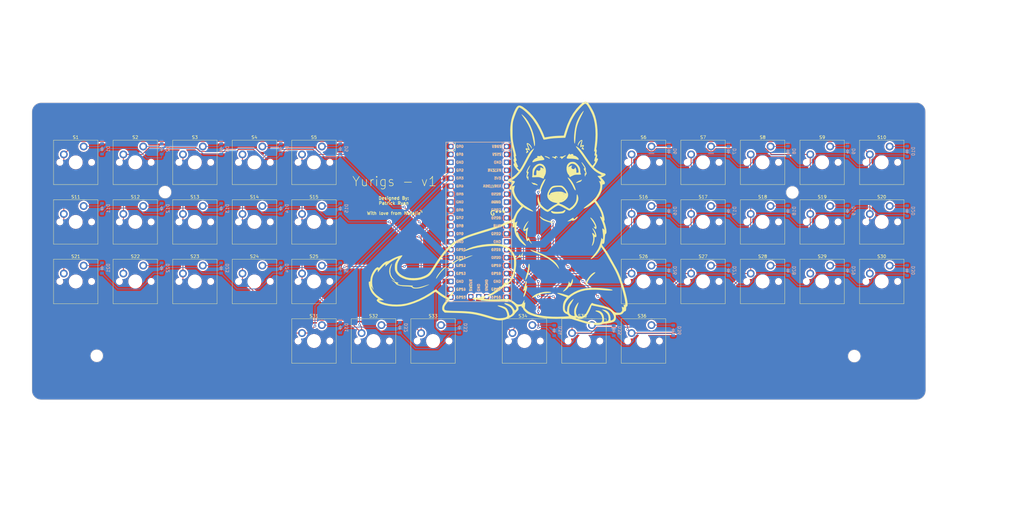
<source format=kicad_pcb>
(kicad_pcb (version 20221018) (generator pcbnew)
  (layers (0 "F.Cu" signal) (31 "B.Cu" signal) (34 "B.Paste" user) (35 "F.Paste" user) (36 "B.SilkS" user "B.Silkscreen") (37 "F.SilkS" user "F.Silkscreen") (38 "B.Mask" user) (39 "F.Mask" user) (44 "Edge.Cuts" user))
  (net 0 "")
  (net 1 "Row 0")
  (net 2 "Net-(D1-A)")
  (net 3 "Net-(D2-A)")
  (net 4 "Net-(D3-A)")
  (net 5 "Net-(D4-A)")
  (net 6 "Net-(D5-A)")
  (net 7 "Net-(D6-A)")
  (net 8 "Net-(D7-A)")
  (net 9 "Net-(D8-A)")
  (net 10 "Net-(D9-A)")
  (net 11 "Net-(D10-A)")
  (net 12 "Row 1")
  (net 13 "Net-(D11-A)")
  (net 14 "Net-(D12-A)")
  (net 15 "Net-(D13-A)")
  (net 16 "Net-(D14-A)")
  (net 17 "Net-(D15-A)")
  (net 18 "Net-(D16-A)")
  (net 19 "Net-(D17-A)")
  (net 20 "Net-(D18-A)")
  (net 21 "Net-(D19-A)")
  (net 22 "Net-(D20-A)")
  (net 23 "Row 2")
  (net 24 "Net-(D21-A)")
  (net 25 "Net-(D22-A)")
  (net 26 "Net-(D23-A)")
  (net 27 "Net-(D24-A)")
  (net 28 "Net-(D25-A)")
  (net 29 "Net-(D26-A)")
  (net 30 "Net-(D27-A)")
  (net 31 "Net-(D28-A)")
  (net 32 "Net-(D29-A)")
  (net 33 "Net-(D30-A)")
  (net 34 "Row 3")
  (net 35 "Net-(D31-A)")
  (net 36 "Net-(D32-A)")
  (net 37 "Net-(D33-A)")
  (net 38 "Net-(D34-A)")
  (net 39 "Net-(D35-A)")
  (net 40 "Net-(D36-A)")
  (net 41 "Col 0")
  (net 42 "Col 1")
  (net 43 "Col 2")
  (net 44 "Col 3")
  (net 45 "Col 4")
  (net 46 "Col 5")
  (net 47 "Col 6")
  (net 48 "Col 7")
  (net 49 "Col 8")
  (net 50 "Col 9")
  (net 51 "Row 4")
  (net 52 "Row 5")
  (net 53 "Row 6")
  (net 54 "Row 7")
  (footprint "ScottoKeebs_MX:MX_PCB_1.00u" (layer "F.Cu") (at 290.83 295.275)
    (fp_text reference "S35")
    (fp_text value "Keyswitch")
  )
  (footprint "ScottoKeebs_MX:MX_PCB_1.00u" (layer "F.Cu") (at 147.32 257.175)
    (fp_text reference "S12")
    (fp_text value "Keyswitch")
  )
  (footprint "ScottoKeebs_MX:MX_PCB_1.00u" (layer "F.Cu") (at 367.03 276.225)
    (fp_text reference "S29")
    (fp_text value "Keyswitch")
  )
  (footprint "ScottoKeebs_MX:MX_PCB_1.00u" (layer "F.Cu") (at 271.78 295.275)
    (fp_text reference "S34")
    (fp_text value "Keyswitch")
  )
  (footprint "ScottoKeebs_MX:MX_PCB_1.00u" (layer "F.Cu") (at 328.93 238.125)
    (fp_text reference "S7")
    (fp_text value "Keyswitch")
  )
  (footprint "ScottoKeebs_MX:MX_PCB_1.00u" (layer "F.Cu") (at 347.98 238.125)
    (fp_text reference "S8")
    (fp_text value "Keyswitch")
  )
  (footprint "ScottoKeebs_MX:MX_PCB_1.00u" (layer "F.Cu") (at 128.27 238.125)
    (fp_text reference "S1")
    (fp_text value "Keyswitch")
  )
  (footprint "ScottoKeebs_MX:MX_PCB_1.00u" (layer "F.Cu") (at 328.93 257.175)
    (fp_text reference "S17")
    (fp_text value "Keyswitch")
  )
  (footprint "ScottoKeebs_MX:MX_PCB_1.00u" (layer "F.Cu") (at 147.32 276.225)
    (fp_text reference "S22")
    (fp_text value "Keyswitch")
  )
  (footprint "ScottoKeebs_MX:MX_PCB_1.00u" (layer "F.Cu") (at 128.27 257.175)
    (fp_text reference "S11")
    (fp_text value "Keyswitch")
  )
  (footprint "ScottoKeebs_MX:MX_PCB_1.00u" (layer "F.Cu") (at 185.42 276.225)
    (fp_text reference "S24")
    (fp_text value "Keyswitch")
  )
  (footprint "ScottoKeebs_MX:MX_PCB_1.00u" (layer "F.Cu") (at 328.93 276.225)
    (fp_text reference "S27")
    (fp_text value "Keyswitch")
  )
  (footprint "graphics:hearts" (layer "F.Cu") (at 238.75 253.8)
    (fp_text reference "G***" hide)
    (fp_text value "LOGO" hide)
  )
  (footprint "ScottoKeebs_MX:MX_PCB_1.00u" (layer "F.Cu") (at 185.42 257.175)
    (fp_text reference "S14")
    (fp_text value "Keyswitch")
  )
  (footprint "ScottoKeebs_MX:MX_PCB_1.00u" (layer "F.Cu") (at 309.88 276.225)
    (fp_text reference "S26")
    (fp_text value "Keyswitch")
  )
  (footprint "ScottoKeebs_MX:MX_PCB_1.00u" (layer "F.Cu") (at 204.47 257.175)
    (fp_text reference "S15")
    (fp_text value "Keyswitch")
  )
  (footprint "ScottoKeebs_MCU:Raspberry_Pi_Pico" (layer "F.Cu") (at 257.175 257.175)
    (fp_text reference "U2" hide)
    (fp_text value "Raspberry_Pi_Pico" hide)
  )
  (footprint "ScottoKeebs_MX:MX_PCB_1.00u" (layer "F.Cu") (at 309.88 295.275)
    (fp_text reference "S36")
    (fp_text value "Keyswitch")
  )
  (footprint "ScottoKeebs_MX:MX_PCB_1.00u" (layer "F.Cu") (at 147.32 238.125)
    (fp_text reference "S2")
    (fp_text value "Keyswitch")
  )
  (footprint "ScottoKeebs_MX:MX_PCB_1.00u" (layer "F.Cu") (at 128.27 276.225)
    (fp_text reference "S21")
    (fp_text value "Keyswitch")
  )
  (footprint "ScottoKeebs_MX:MX_PCB_1.00u" (layer "F.Cu") (at 166.37 238.125)
    (fp_text reference "S3")
    (fp_text value "Keyswitch")
  )
  (footprint "graphics:gsd" (layer "F.Cu") (at 263.3 254.35)
    (fp_text reference "G***")
    (fp_text value "LOGO" hide)
  )
  (footprint "ScottoKeebs_MX:MX_PCB_1.00u" (layer "F.Cu") (at 386.08 276.225)
    (fp_text reference "S30")
    (fp_text value "Keyswitch")
  )
  (footprint "ScottoKeebs_MX:MX_PCB_1.00u" (layer "F.Cu") (at 185.42 238.125)
    (fp_text reference "S4")
    (fp_text value "Keyswitch")
  )
  (footprint "ScottoKeebs_MX:MX_PCB_1.00u" (layer "F.Cu") (at 309.88 257.175)
    (fp_text reference "S16")
    (fp_text value "Keyswitch")
  )
  (footprint "ScottoKeebs_MX:MX_PCB_1.00u" (layer "F.Cu") (at 166.37 257.175)
    (fp_text reference "S13")
    (fp_text value "Keyswitch")
  )
  (footprint "ScottoKeebs_MX:MX_PCB_1.00u" (layer "F.Cu") (at 347.98 276.225)
    (fp_text reference "S28")
    (fp_text value "Keyswitch")
  )
  (footprint "ScottoKeebs_MX:MX_PCB_1.00u" (layer "F.Cu") (at 347.98 257.175)
    (fp_text reference "S18")
    (fp_text value "Keyswitch")
  )
  (footprint "ScottoKeebs_MX:MX_PCB_1.00u" (layer "F.Cu") (at 223.52 295.275)
    (fp_text reference "S32")
    (fp_text value "Keyswitch")
  )
  (footprint "ScottoKeebs_MX:MX_PCB_1.00u" (layer "F.Cu") (at 204.47 238.125)
    (fp_text reference "S5")
    (fp_text value "Keyswitch")
  )
  (footprint "ScottoKeebs_MX:MX_PCB_1.00u" (layer "F.Cu") (at 386.08 238.125)
    (fp_text reference "S10")
    (fp_text value "Keyswitch")
  )
  (footprint "ScottoKeebs_MX:MX_PCB_1.00u" (layer "F.Cu") (at 204.47 295.275)
    (fp_text reference "S31")
    (fp_text value "Keyswitch")
  )
  (footprint "ScottoKeebs_MX:MX_PCB_1.00u" (layer "F.Cu") (at 166.37 276.225)
    (fp_text reference "S23")
    (fp_text value "Keyswitch")
  )
  (footprint "ScottoKeebs_MX:MX_PCB_1.00u" (layer "F.Cu") (at 367.03 257.175)
    (fp_text reference "S19")
    (fp_text value "Keyswitch")
  )
  (footprint "ScottoKeebs_MX:MX_PCB_1.00u" (layer "F.Cu") (at 309.88 238.125)
    (fp_text reference "S6")
    (fp_text value "Keyswitch")
  )
  (footprint "ScottoKeebs_MX:MX_PCB_1.00u" (layer "F.Cu") (at 242.57 295.275)
    (fp_text reference "S33")
    (fp_text value "Keyswitch")
  )
  (footprint "ScottoKeebs_MX:MX_PCB_1.00u" (layer "F.Cu") (at 386.08 257.175)
    (fp_text reference "S20")
    (fp_text value "Keyswitch")
  )
  (footprint "ScottoKeebs_MX:MX_PCB_1.00u" (layer "F.Cu") (at 367.03 238.125)
    (fp_text reference "S9")
    (fp_text value "Keyswitch")
  )
  (footprint "ScottoKeebs_MX:MX_PCB_1.00u" (layer "F.Cu") (at 204.47 276.225)
    (fp_text reference "S25")
    (fp_text value "Keyswitch")
  )
  (footprint "ScottoKeebs_Components:Diode_SOD-123" (layer "B.Cu") (at 155.73375 252.88875 90)
    (fp_text reference "D12")
    (fp_text value "Diode")
  )
  (footprint "ScottoKeebs_Components:Diode_SOD-123" (layer "B.Cu") (at 212.88375 290.98875 90)
    (fp_text reference "D31")
    (fp_text value "Diode")
  )
  (footprint "ScottoKeebs_Components:Diode_SOD-123" (layer "B.Cu") (at 356.07625 234.60375 90)
    (fp_text reference "D8")
    (fp_text value "Diode")
  )
  (footprint "ScottoKeebs_Components:Diode_SOD-123" (layer "B.Cu") (at 356.07625 272.70375 90)
    (fp_text reference "D28")
    (fp_text value "Diode")
  )
  (footprint "ScottoKeebs_Components:Diode_SOD-123" (layer "B.Cu") (at 193.83375 252.88875 90)
    (fp_text reference "D14")
    (fp_text value "Diode")
  )
  (footprint "ScottoKeebs_Components:Diode_SOD-123" (layer "B.Cu") (at 375.12625 234.60375 90)
    (fp_text reference "D9")
    (fp_text value "Diode")
  )
  (footprint "ScottoKeebs_Components:Diode_SOD-123" (layer "B.Cu") (at 319.405 291.9125 90)
    (fp_text reference "D36")
    (fp_text value "Diode")
  )
  (footprint "ScottoKeebs_Components:Diode_SOD-123" (layer "B.Cu") (at 394.17625 234.60375 90)
    (fp_text reference "D10")
    (fp_text value "Diode")
  )
  (footprint "ScottoKeebs_Components:Diode_SOD-123" (layer "B.Cu") (at 136.68375 271.93875 90)
    (fp_text reference "D21")
    (fp_text value "Diode")
  )
  (footprint "ScottoKeebs_Components:Diode_SOD-123" (layer "B.Cu") (at 317.97625 272.70375 90)
    (fp_text reference "D26")
    (fp_text value "Diode")
  )
  (footprint "ScottoKeebs_Components:Diode_SOD-123" (layer "B.Cu") (at 155.73375 233.83875 90)
    (fp_text reference "D2")
    (fp_text value "Diode")
  )
  (footprint "ScottoKeebs_Components:Diode_SOD-123" (layer "B.Cu") (at 174.78375 271.93875 90)
    (fp_text reference "D23")
    (fp_text value "Diode")
  )
  (footprint "ScottoKeebs_Components:Diode_SOD-123" (layer "B.Cu") (at 193.83375 233.83875 90)
    (fp_text reference "D4")
    (fp_text value "Diode")
  )
  (footprint "ScottoKeebs_Components:Diode_SOD-123" (layer "B.Cu") (at 337.02625 272.70375 90)
    (fp_text reference "D27")
    (fp_text value "Diode")
  )
  (footprint "ScottoKeebs_Components:Diode_SOD-123" (layer "B.Cu") (at 136.68375 252.88875 90)
    (fp_text reference "D11")
    (fp_text value "Diode")
  )
  (footprint "ScottoKeebs_Components:Diode_SOD-123" (layer "B.Cu") (at 394.17625 253.65375 90)
    (fp_text reference "D20")
    (fp_text value "Diode")
  )
  (footprint "ScottoKeebs_Components:Diode_SOD-123" (layer "B.Cu") (at 337.02625 253.65375 90)
    (fp_text reference "D17")
    (fp_text value "Diode")
  )
  (footprint "ScottoKeebs_Components:Diode_SOD-123" (layer "B.Cu") (at 337.02625 234.60375 90)
    (fp_text reference "D7")
    (fp_text value "Diode")
  )
  (footprint "ScottoKeebs_Components:Diode_SOD-123" (layer "B.Cu") (at 212.88375 233.83875 90)
    (fp_text reference "D5")
    (fp_text value "Diode")
  )
  (footprint "ScottoKeebs_Components:Diode_SOD-123" (layer "B.Cu") (at 300.355 291.9125 90)
    (fp_text reference "D35")
    (fp_text value "Diode")
  )
  (footprint "ScottoKeebs_Components:Diode_SOD-123" (layer "B.Cu") (at 212.88375 252.88875 90)
    (fp_text reference "D15")
    (fp_text value "Diode")
  )
  (footprint "ScottoKeebs_Components:Diode_SOD-123" (layer "B.Cu") (at 394.17625 272.70375 90)
    (fp_text reference "D30")
    (fp_text value "Diode")
  )
  (footprint "ScottoKeebs_Components:Diode_SOD-123" (layer "B.Cu") (at 193.83375 271.93875 90)
    (fp_text reference "D24")
    (fp_text value "Diode")
  )
  (footprint "ScottoKeebs_Components:Diode_SOD-123" (layer "B.Cu") (at 155.73375 271.93875 90)
    (fp_text reference "D22")
    (fp_text value "Diode")
  )
  (footprint "ScottoKeebs_Components:Diode_SOD-123" (layer "B.Cu") (at 317.97625 234.60375 90)
    (fp_text reference "D6")
    (fp_text value "Diode")
  )
  (footprint "ScottoKeebs_Components:Diode_SOD-123" (layer "B.Cu") (at 281.305 291.9125 90)
    (fp_text reference "D34")
    (fp_text value "Diode")
  )
  (footprint "ScottoKeebs_Components:Diode_SOD-123" (layer "B.Cu") (at 212.88375 271.93875 90)
    (fp_text reference "D25")
    (fp_text value "Diode")
  )
  (footprint "ScottoKeebs_Components:Diode_SOD-123" (layer "B.Cu") (at 174.78375 252.88875 90)
    (fp_text reference "D13")
    (fp_text value "Diode")
  )
  (footprint "ScottoKeebs_Components:Diode_SOD-123" (layer "B.Cu") (at 136.68375 233.83875 90)
    (fp_text reference "D1")
    (fp_text value "Diode")
  )
  (footprint "ScottoKeebs_Components:Diode_SOD-123" (layer "B.Cu") (at 174.78375 233.83875 90)
    (fp_text reference "D3")
    (fp_text value "Diode")
  )
  (footprint "ScottoKeebs_Components:Diode_SOD-123" (layer "B.Cu") (at 231.93375 290.98875 90)
    (fp_text reference "D32")
    (fp_text value "Diode")
  )
  (footprint "ScottoKeebs_Components:Diode_SOD-123" (layer "B.Cu") (at 356.07625 253.65375 90)
    (fp_text reference "D18")
    (fp_text value "Diode")
  )
  (footprint "ScottoKeebs_Components:Diode_SOD-123" (layer "B.Cu") (at 375.12625 253.65375 90)
    (fp_text reference "D19")
    (fp_text value "Diode")
  )
  (footprint "ScottoKeebs_Components:Diode_SOD-123" (layer "B.Cu") (at 375.12625 272.70375 90)
    (fp_text reference "D29")
    (fp_text value "Diode")
  )
  (footprint "ScottoKeebs_Components:Diode_SOD-123" (layer "B.Cu") (at 250.98375 290.98875 90)
    (fp_text reference "D33")
    (fp_text value "Diode")
  )
  (footprint "ScottoKeebs_Components:Diode_SOD-123" (layer "B.Cu") (at 317.97625 253.65375 90)
    (fp_text reference "D16")
    (fp_text value "Diode")
  )
  (gr_circle (center 377.3 300.1) (end 379.3 300.1) (stroke (width 0.1)) (fill none) (layer "Edge.Cuts"))
  (gr_arc (start 397.15 219.05) (mid 399.20061 219.89939) (end 400.05 221.95) (stroke (width 0.1)) (layer "Edge.Cuts"))
  (gr_line (start 400.05 221.95) (end 400.1 311.1) (stroke (width 0.1)) (layer "Edge.Cuts"))
  (gr_circle (center 135 300) (end 137 300) (stroke (width 0.1)) (fill none) (layer "Edge.Cuts"))
  (gr_line (start 117.2 219.1) (end 397.15 219.05) (stroke (width 0.1)) (layer "Edge.Cuts"))
  (gr_line (start 114.3 311.1) (end 114.3 222) (stroke (width 0.1)) (layer "Edge.Cuts"))
  (gr_circle (center 156.845 247.65) (end 158.845 247.65) (stroke (width 0.1)) (fill none) (layer "Edge.Cuts"))
  (gr_arc (start 117.2 314) (mid 115.14939 313.15061) (end 114.3 311.1) (stroke (width 0.1)) (layer "Edge.Cuts"))
  (gr_line (start 397.2 314) (end 117.2 314) (stroke (width 0.1)) (layer "Edge.Cuts"))
  (gr_arc (start 114.3 222) (mid 115.14939 219.94939) (end 117.2 219.1) (stroke (width 0.1)) (layer "Edge.Cuts"))
  (gr_arc (start 400.1 311.1) (mid 399.25061 313.15061) (end 397.2 314) (stroke (width 0.1)) (layer "Edge.Cuts"))
  (gr_circle (center 357.5 247.75) (end 359.5 247.75) (stroke (width 0.1)) (fill none) (layer "Edge.Cuts"))
  (gr_text "Designed By:\nPatrick Ryan\n\nWith love from Natalie" (at 230 255) (layer "F.SilkS") (effects (font (size 1 1) (thickness 0.2) bold) (justify bottom)))
  (gr_text "Yurigs - v1" (at 230.25 246) (layer "F.SilkS") (effects (font (size 3 3) (thickness 0.2) bold) (justify bottom)))
  (segment (start 233.3625 252.4125) (end 238.125 257.175) (width 0.25) (layer "F.Cu") (net 1))
  (via (at 238.125 257.175) (size 0.8) (drill 0.4) (layers "F.Cu" "B.Cu") (net 1))
  (via (at 233.3625 252.4125) (size 0.8) (drill 0.4) (layers "F.Cu" "B.Cu") (net 1))
  (segment (start 155.73375 235.48875) (end 157.525113 233.697387) (width 0.25) (layer "B.Cu") (net 1))
  (segment (start 229.8075 252.4125) (end 233.3625 252.4125) (width 0.25) (layer "B.Cu") (net 1))
  (segment (start 136.68375 235.48875) (end 138.475113 233.697387) (width 0.25) (layer "B.Cu") (net 1))
  (segment (start 147.972387 233.697387) (end 150.97125 236.69625) (width 0.25) (layer "B.Cu") (net 1))
  (segment (start 169.126363 235.48875) (end 174.78375 235.48875) (width 0.25) (layer "B.Cu") (net 1))
  (segment (start 176.575113 233.697387) (end 186.072387 233.697387) (width 0.25) (layer "B.Cu") (net 1))
  (segment (start 157.525113 233.697387) (end 167.335 233.697387) (width 0.25) (layer "B.Cu") (net 1))
  (segment (start 193.83375 235.48875) (end 195.625113 233.697387) (width 0.25) (layer "B.Cu") (net 1))
  (segment (start 208.12125 236.69625) (end 211.67625 236.69625) (width 0.25) (layer "B.Cu") (net 1))
  (segment (start 138.475113 233.697387) (end 147.972387 233.697387) (width 0.25) (layer "B.Cu") (net 1))
  (segment (start 211.67625 236.69625) (end 212.88375 235.48875) (width 0.25) (layer "B.Cu") (net 1))
  (segment (start 155.73375 236.69625) (end 155.73375 235.48875) (width 0.25) (layer "B.Cu") (net 1))
  (segment (start 205.122387 233.697387) (end 208.12125 236.69625) (width 0.25) (layer "B.Cu") (net 1))
  (segment (start 195.625113 233.697387) (end 205.122387 233.697387) (width 0.25) (layer "B.Cu") (net 1))
  (segment (start 247.015 266.065) (end 248.285 266.065) (width 0.25) (layer "B.Cu") (net 1))
  (segment (start 150.97125 236.69625) (end 155.73375 236.69625) (width 0.25) (layer "B.Cu") (net 1))
  (segment (start 238.125 257.175) (end 247.015 266.065) (width 0.25) (layer "B.Cu") (net 1))
  (segment (start 174.78375 235.48875) (end 176.575113 233.697387) (width 0.25) (layer "B.Cu") (net 1))
  (segment (start 167.335 233.697387) (end 169.126363 235.48875) (width 0.25) (layer "B.Cu") (net 1))
  (segment (start 186.072387 233.697387) (end 189.07125 236.69625) (width 0.25) (layer "B.Cu") (net 1))
  (segment (start 189.07125 236.69625) (end 192.62625 236.69625) (width 0.25) (layer "B.Cu") (net 1))
  (segment (start 212.88375 235.48875) (end 229.8075 252.4125) (width 0.25) (layer "B.Cu") (net 1))
  (segment (start 192.62625 236.69625) (end 193.83375 235.48875) (width 0.25) (layer "B.Cu") (net 1))
  (segment (start 135.8275 233.045) (end 136.68375 232.18875) (width 0.25) (layer "B.Cu") (net 2))
  (segment (start 130.81 233.045) (end 135.8275 233.045) (width 0.25) (layer "B.Cu") (net 2))
  (segment (start 154.8775 233.045) (end 155.73375 232.18875) (width 0.25) (layer "B.Cu") (net 3))
  (segment (start 149.86 233.045) (end 154.8775 233.045) (width 0.25) (layer "B.Cu") (net 3))
  (segment (start 168.91 233.045) (end 173.9275 233.045) (width 0.25) (layer "B.Cu") (net 4))
  (segment (start 173.9275 233.045) (end 174.78375 232.18875) (width 0.25) (layer "B.Cu") (net 4))
  (segment (start 187.96 233.045) (end 192.9775 233.045) (width 0.25) (layer "B.Cu") (net 5))
  (segment (start 192.9775 233.045) (end 193.83375 232.18875) (width 0.25) (layer "B.Cu") (net 5))
  (segment (start 212.0275 233.045) (end 212.88375 232.18875) (width 0.25) (layer "B.Cu") (net 6))
  (segment (start 207.01 233.045) (end 212.0275 233.045) (width 0.25) (layer "B.Cu") (net 6))
  (segment (start 317.885 233.045) (end 317.97625 232.95375) (width 0.25) (layer "B.Cu") (net 7))
  (segment (start 312.42 233.045) (end 317.885 233.045) (width 0.25) (layer "B.Cu") (net 7))
  (segment (start 336.935 233.045) (end 337.02625 232.95375) (width 0.25) (layer "B.Cu") (net 8))
  (segment (start 331.47 233.045) (end 336.935 233.045) (width 0.25) (layer "B.Cu") (net 8))
  (segment (start 350.52 233.045) (end 355.985 233.045) (width 0.25) (layer "B.Cu") (net 9))
  (segment (start 355.985 233.045) (end 356.07625 232.95375) (width 0.25) (layer "B.Cu") (net 9))
  (segment (start 375.035 233.045) (end 375.12625 232.95375) (width 0.25) (layer "B.Cu") (net 10))
  (segment (start 369.57 233.045) (end 375.035 233.045) (width 0.25) (layer "B.Cu") (net 10))
  (segment (start 394.085 233.045) (end 394.17625 232.95375) (width 0.25) (layer "B.Cu") (net 11))
  (segment (start 388.62 233.045) (end 394.085 233.045) (width 0.25) (layer "B.Cu") (net 11))
  (segment (start 233.3625 261.9375) (end 238.0355 261.9375) (width 0.25) (layer "F.Cu") (net 12))
  (segment (start 228.6 257.175) (end 233.3625 261.9375) (width 0.25) (layer "F.Cu") (net 12))
  (via (at 238.0355 261.9375) (size 0.8) (drill 0.4) (layers "F.Cu" "B.Cu") (net 12))
  (via (at 228.6 257.175) (size 0.8) (drill 0.4) (layers "F.Cu" "B.Cu") (net 12))
  (segment (start 244.703 268.605) (end 248.285 268.605) (width 0.25) (layer "B.Cu") (net 12))
  (segment (start 169.126363 254.53875) (end 174.78375 254.53875) (width 0.25) (layer "B.Cu") (net 12))
  (segment (start 157.525113 252.747387) (end 167.335 252.747387) (width 0.25) (layer "B.Cu") (net 12))
  (segment (start 215.52 257.175) (end 228.6 257.175) (width 0.25) (layer "B.Cu") (net 12))
  (segment (start 186.385 252.747387) (end 188.176363 254.53875) (width 0.25) (layer "B.Cu") (net 12))
  (segment (start 167.335 252.747387) (end 169.126363 254.53875) (width 0.25) (layer "B.Cu") (net 12))
  (segment (start 238.0355 261.9375) (end 244.703 268.605) (width 0.25) (layer "B.Cu") (net 12))
  (segment (start 136.68375 254.53875) (end 138.475113 252.747387) (width 0.25) (layer "B.Cu") (net 12))
  (segment (start 205.122387 252.747387) (end 208.12125 255.74625) (width 0.25) (layer "B.Cu") (net 12))
  (segment (start 211.67625 255.74625) (end 212.88375 254.53875) (width 0.25) (layer "B.Cu") (net 12))
  (segment (start 150.076363 254.53875) (end 155.73375 254.53875) (width 0.25) (layer "B.Cu") (net 12))
  (segment (start 208.12125 255.74625) (end 211.67625 255.74625) (width 0.25) (layer "B.Cu") (net 12))
  (segment (start 188.176363 254.53875) (end 193.83375 254.53875) (width 0.25) (layer "B.Cu") (net 12))
  (segment (start 174.78375 254.53875) (end 176.575113 252.747387) (width 0.25) (layer "B.Cu") (net 12))
  (segment (start 212.88375 254.53875) (end 215.52 257.175) (width 0.25) (layer "B.Cu") (net 12))
  (segment (start 148.285 252.747387) (end 150.076363 254.53875) (width 0.25) (layer "B.Cu") (net 12))
  (segment (start 155.73375 254.53875) (end 157.525113 252.747387) (width 0.25) (layer "B.Cu") (net 12))
  (segment (start 193.83375 254.53875) (end 195.625113 252.747387) (width 0.25) (layer "B.Cu") (net 12))
  (segment (start 138.475113 252.747387) (end 148.285 252.747387) (width 0.25) (layer "B.Cu") (net 12))
  (segment (start 176.575113 252.747387) (end 186.385 252.747387) (width 0.25) (layer "B.Cu") (net 12))
  (segment (start 195.625113 252.747387) (end 205.122387 252.747387) (width 0.25) (layer "B.Cu") (net 12))
  (segment (start 130.81 252.095) (end 135.8275 252.095) (width 0.25) (layer "B.Cu") (net 13))
  (segment (start 135.8275 252.095) (end 136.68375 251.23875) (width 0.25) (layer "B.Cu") (net 13))
  (segment (start 149.86 252.095) (end 154.8775 252.095) (width 0.25) (layer "B.Cu") (net 14))
  (segment (start 154.8775 252.095) (end 155.73375 251.23875) (width 0.25) (layer "B.Cu") (net 14))
  (segment (start 168.91 252.095) (end 173.9275 252.095) (width 0.25) (layer "B.Cu") (net 15))
  (segment (start 173.9275 252.095) (end 174.78375 251.23875) (width 0.25) (layer "B.Cu") (net 15))
  (segment (start 192.9775 252.095) (end 193.83375 251.23875) (width 0.25) (layer "B.Cu") (net 16))
  (segment (start 187.96 252.095) (end 192.9775 252.095) (width 0.25) (layer "B.Cu") (net 16))
  (segment (start 207.01 252.095) (end 212.0275 252.095) (width 0.25) (layer "B.Cu") (net 17))
  (segment (start 212.0275 252.095) (end 212.88375 251.23875) (width 0.25) (layer "B.Cu") (net 17))
  (segment (start 312.42 252.095) (end 317.885 252.095) (width 0.25) (layer "B.Cu") (net 18))
  (segment (start 317.885 252.095) (end 317.97625 252.00375) (width 0.25) (layer "B.Cu") (net 18))
  (segment (start 331.47 252.095) (end 336.935 252.095) (width 0.25) (layer "B.Cu") (net 19))
  (segment (start 336.935 252.095) (end 337.02625 252.00375) (width 0.25) (layer "B.Cu") (net 19))
  (segment (start 350.52 252.095) (end 355.985 252.095) (width 0.25) (layer "B.Cu") (net 20))
  (segment (start 355.985 252.095) (end 356.07625 252.00375) (width 0.25) (layer "B.Cu") (net 20))
  (segment (start 375.035 252.095) (end 375.12625 252.00375) (width 0.25) (layer "B.Cu") (net 21))
  (segment (start 369.57 252.095) (end 375.035 252.095) (width 0.25) (layer "B.Cu") (net 21))
  (segment (start 388.62 252.095) (end 394.085 252.095) (width 0.25) (layer "B.Cu") (net 22))
  (segment (start 394.085 252.095) (end 394.17625 252.00375) (width 0.25) (layer "B.Cu") (net 22))
  (segment (start 214.3125 271.4625) (end 233.3625 271.4625) (width 0.25) (layer "F.Cu") (net 23))
  (via (at 214.3125 271.4625) (size 0.8) (drill 0.4) (layers "F.Cu" "B.Cu") (net 23))
  (via (at 233.3625 271.4625) (size 0.8) (drill 0.4) (layers "F.Cu" "B.Cu") (net 23))
  (segment (start 167.022387 271.797387) (end 168.81375 273.58875) (width 0.25) (layer "B.Cu") (net 23))
  (segment (start 136.68375 273.58875) (end 141.695 278.6) (width 0.25) (layer "B.Cu") (net 23))
  (segment (start 179.795 278.6) (end 186.875 278.6) (width 0.25) (layer "B.Cu") (net 23))
  (segment (start 233.68 271.145) (end 248.285 271.145) (width 0.25) (layer "B.Cu") (net 23))
  (segment (start 186.875 278.6) (end 189.25 276.225) (width 0.25) (layer "B.Cu") (net 23))
  (segment (start 233.3625 271.4625) (end 233.68 271.145) (width 0.25) (layer "B.Cu") (net 23))
  (segment (start 151.15 275.707233) (end 153.268483 273.58875) (width 0.25) (layer "B.Cu") (net 23))
  (segment (start 148.775 278.6) (end 151.15 276.225) (width 0.25) (layer "B.Cu") (net 23))
  (segment (start 168.81375 273.58875) (end 174.78375 273.58875) (width 0.25) (layer "B.Cu") (net 23))
  (segment (start 189.25 275.707233) (end 191.368483 273.58875) (width 0.25) (layer "B.Cu") (net 23))
  (segment (start 174.78375 273.58875) (end 179.795 278.6) (width 0.25) (layer "B.Cu") (net 23))
  (segment (start 153.268483 273.58875) (end 155.73375 273.58875) (width 0.25) (layer "B.Cu") (net 23))
  (segment (start 206.91375 273.58875) (end 212.88375 273.58875) (width 0.25) (layer "B.Cu") (net 23))
  (segment (start 191.368483 273.58875) (end 193.83375 273.58875) (width 0.25) (layer "B.Cu") (net 23))
  (segment (start 212.88375 273.58875) (end 212.88375 272.89125) (width 0.25) (layer "B.Cu") (net 23))
  (segment (start 155.73375 273.58875) (end 157.525113 271.797387) (width 0.25) (layer "B.Cu") (net 23))
  (segment (start 157.525113 271.797387) (end 167.022387 271.797387) (width 0.25) (layer "B.Cu") (net 23))
  (segment (start 141.695 278.6) (end 148.775 278.6) (width 0.25) (layer "B.Cu") (net 23))
  (segment (start 193.83375 273.58875) (end 195.625113 271.797387) (width 0.25) (layer "B.Cu") (net 23))
  (segment (start 189.25 276.225) (end 189.25 275.707233) (width 0.25) (layer "B.Cu") (net 23))
  (segment (start 151.15 276.225) (end 151.15 275.707233) (width 0.25) (layer "B.Cu") (net 23))
  (segment (start 195.625113 271.797387) (end 205.122387 271.797387) (width 0.25) (layer "B.Cu") (net 23))
  (segment (start 205.122387 271.797387) (end 206.91375 273.58875) (width 0.25) (layer "B.Cu") (net 23))
  (segment (start 212.88375 272.89125) (end 214.3125 271.4625) (width 0.25) (layer "B.Cu") (net 23))
  (segment (start 135.8275 271.145) (end 136.68375 270.28875) (width 0.25) (layer "B.Cu") (net 24))
  (segment (start 130.81 271.145) (end 135.8275 271.145) (width 0.25) (layer "B.Cu") (net 24))
  (segment (start 149.86 271.145) (end 154.8775 271.145) (width 0.25) (layer "B.Cu") (net 25))
  (segment (start 154.8775 271.145) (end 155.73375 270.28875) (width 0.25) (layer "B.Cu") (net 25))
  (segment (start 173.9275 271.145) (end 174.78375 270.28875) (width 0.25) (layer "B.Cu") (net 26))
  (segment (start 168.91 271.145) (end 173.9275 271.145) (width 0.25) (layer "B.Cu") (net 26))
  (segment (start 187.96 271.145) (end 192.9775 271.145) (width 0.25) (layer "B.Cu") (net 27))
  (segment (start 192.9775 271.145) (end 193.83375 270.28875) (width 0.25) (layer "B.Cu") (net 27))
  (segment (start 207.01 271.145) (end 212.0275 271.145) (width 0.25) (layer "B.Cu") (net 28))
  (segment (start 212.0275 271.145) (end 212.88375 270.28875) (width 0.25) (layer "B.Cu") (net 28))
  (segment (start 312.42 271.145) (end 317.885 271.145) (width 0.25) (layer "B.Cu") (net 29))
  (segment (start 317.885 271.145) (end 317.97625 271.05375) (width 0.25) (layer "B.Cu") (net 29))
  (segment (start 336.935 271.145) (end 337.02625 271.05375) (width 0.25) (layer "B.Cu") (net 30))
  (segment (start 331.47 271.145) (end 336.935 271.145) (width 0.25) (layer "B.Cu") (net 30))
  (segment (start 355.985 271.145) (end 356.07625 271.05375) (width 0.25) (layer "B.Cu") (net 31))
  (segment (start 350.52 271.145) (end 355.985 271.145) (width 0.25) (layer "B.Cu") (net 31))
  (segment (start 375.035 271.145) (end 375.12625 271.05375) (width 0.25) (layer "B.Cu") (net 32))
  (segment (start 369.57 271.145) (end 375.035 271.145) (width 0.25) (layer "B.Cu") (net 32))
  (segment (start 394.085 271.145) (end 394.17625 271.05375) (width 0.25) (layer "B.Cu") (net 33))
  (segment (start 388.62 271.145) (end 394.085 271.145) (width 0.25) (layer "B.Cu") (net 33))
  (segment (start 231.93375 292.63875) (end 236.945 297.65) (width 0.25) (layer "B.Cu") (net 34))
  (segment (start 236.945 297.65) (end 244.025 297.65) (width 0.25) (layer "B.Cu") (net 34))
  (segment (start 243.535 290.847387) (end 243.535 278.435) (width 0.25) (layer "B.Cu") (net 34))
  (segment (start 214.675113 290.847387) (end 224.485 290.847387) (width 0.25) (layer "B.Cu") (net 34))
  (segment (start 245.326363 292.63875) (end 243.535 290.847387) (width 0.25) (layer "B.Cu") (net 34))
  (segment (start 246.4 295.275) (end 246.4 294.757233) (width 0.25) (layer "B.Cu") (net 34))
  (segment (start 226.276363 292.63875) (end 231.93375 292.63875) (width 0.25) (layer "B.Cu") (net 34))
  (segment (start 243.535 278.435) (end 248.285 273.685) (width 0.25) (layer "B.Cu") (net 34))
  (segment (start 248.518483 292.63875) (end 250.98375 292.63875) (width 0.25) (layer "B.Cu") (net 34))
  (segment (start 246.4 294.757233) (end 248.518483 292.63875) (width 0.25) (layer "B.Cu") (net 34))
  (segment (start 224.485 290.847387) (end 226.276363 292.63875) (width 0.25) (layer "B.Cu") (net 34))
  (segment (start 244.025 297.65) (end 246.4 295.275) (width 0.25) (layer "B.Cu") (net 34))
  (segment (start 250.98375 292.63875) (end 245.326363 292.63875) (width 0.25) (layer "B.Cu") (net 34))
  (segment (start 212.88375 292.63875) (end 214.675113 290.847387) (width 0.25) (layer "B.Cu") (net 34))
  (segment (start 207.01 290.195) (end 212.0275 290.195) (width 0.25) (layer "B.Cu") (net 35))
  (segment (start 212.0275 290.195) (end 212.88375 289.33875) (width 0.25) (layer "B.Cu") (net 35))
  (segment (start 226.06 290.195) (end 231.0775 290.195) (width 0.25) (layer "B.Cu") (net 36))
  (segment (start 231.0775 290.195) (end 231.93375 289.33875) (width 0.25) (layer "B.Cu") (net 36))
  (segment (start 245.11 290.195) (end 250.1275 290.195) (width 0.25) (layer "B.Cu") (net 37))
  (segment (start 250.1275 290.195) (end 250.98375 289.33875) (width 0.25) (layer "B.Cu") (net 37))
  (segment (start 281.2375 290.195) (end 281.305 290.2625) (width 0.25) (layer "B.Cu") (net 38))
  (segment (start 274.32 290.195) (end 281.2375 290.195) (width 0.25) (layer "B.Cu") (net 38))
  (segment (start 300.2875 290.195) (end 300.355 290.2625) (width 0.25) (layer "B.Cu") (net 39))
  (segment (start 293.37 290.195) (end 300.2875 290.195) (width 0.25) (layer "B.Cu") (net 39))
  (segment (start 319.3375 290.195) (end 319.405 290.2625) (width 0.25) (layer "B.Cu") (net 40))
  (segment (start 312.42 290.195) (end 319.3375 290.195) (width 0.25) (layer "B.Cu") (net 40))
  (segment (start 246.71 231.47) (end 248.285 233.045) (width 0.25) (layer "F.Cu") (net 41))
  (segment (start 124.46 235.585) (end 124.46 273.685) (width 0.25) (layer "F.Cu") (net 41))
  (segment (start 124.46 235.585) (end 128.575 231.47) (width 0.25) (layer "F.Cu") (net 41))
  (segment (start 128.575 231.47) (end 246.71 231.47) (width 0.25) (layer "F.Cu") (net 41))
  (segment (start 185.135 234.01) (end 188 236.875) (width 0.25) (layer "F.Cu") (net 42))
  (segment (start 204.185 234.01) (end 205.76 235.585) (width 0.25) (layer "F.Cu") (net 42))
  (segment (start 143.51 235.585) (end 143.51 273.685) (width 0.25) (layer "F.Cu") (net 42))
  (segment (start 205.76 235.585) (end 248.285 235.585) (width 0.25) (layer "F.Cu") (net 42))
  (segment (start 179.7175 234.62) (end 180.3275 234.01) (width 0.25) (layer "F.Cu") (net 42))
  (segment (start 166.6875 233.3625) (end 167.945 234.62) (width 0.25) (layer "F.Cu") (net 42))
  (segment (start 188 236.875) (end 190.865 234.01) (width 0.25) (layer "F.Cu") (net 42))
  (segment (start 167.945 234.62) (end 179.7175 234.62) (width 0.25) (layer "F.Cu") (net 42))
  (segment (start 190.865 234.01) (end 204.185 234.01) (width 0.25) (layer "F.Cu") (net 42))
  (segment (start 180.3275 234.01) (end 185.135 234.01) (width 0.25) (layer "F.Cu") (net 42))
  (segment (start 149.547387 235.585) (end 151.769887 233.3625) (width 0.25) (layer "F.Cu") (net 42))
  (segment (start 151.769887 233.3625) (end 166.6875 233.3625) (width 0.25) (layer "F.Cu") (net 42))
  (segment (start 143.51 235.585) (end 149.547387 235.585) (width 0.25) (layer "F.Cu") (net 42))
  (segment (start 179.521243 292.735) (end 200.66 292.735) (width 0.25) (layer "F.Cu") (net 43))
  (segment (start 162.56 275.773757) (end 179.521243 292.735) (width 0.25) (layer "F.Cu") (net 43))
  (segment (start 200.66 292.735) (end 202.565 292.735) (width 0.25) (layer "F.Cu") (net 43))
  (segment (start 202.565 292.735) (end 204.7875 290.5125) (width 0.25) (layer "F.Cu") (net 43))
  (segment (start 162.56 235.585) (end 162.56 273.685) (width 0.25) (layer "F.Cu") (net 43))
  (segment (start 162.56 273.685) (end 162.56 275.773757) (width 0.25) (layer "F.Cu") (net 43))
  (via (at 204.7875 290.5125) (size 0.8) (drill 0.4) (layers "F.Cu" "B.Cu") (net 43))
  (segment (start 204.7875 284.1625) (end 248.285 240.665) (width 0.25) (layer "B.Cu") (net 43))
  (segment (start 204.7875 290.5125) (end 204.7875 284.1625) (width 0.25) (layer "B.Cu") (net 43))
  (segment (start 181.61 273.685) (end 181.61 275.773757) (width 0.25) (layer "F.Cu") (net 44))
  (segment (start 219.71 290.757887) (end 219.075 290.122887) (width 0.25) (layer "F.Cu") (net 44))
  (segment (start 181.61 275.773757) (end 194.456243 288.62) (width 0.25) (layer "F.Cu") (net 44))
  (segment (start 181.61 235.585) (end 181.61 273.685) (width 0.25) (layer "F.Cu") (net 44))
  (segment (start 219.71 292.735) (end 219.71 290.757887) (width 0.25) (layer "F.Cu") (net 44))
  (segment (start 215.595 288.62) (end 219.71 292.735) (width 0.25) (layer "F.Cu") (net 44))
  (segment (start 194.456243 288.62) (end 215.595 288.62) (width 0.25) (layer "F.Cu") (net 44))
  (via (at 219.075 290.122887) (size 0.8) (drill 0.4) (layers "F.Cu" "B.Cu") (net 44))
  (segment (start 219.075 272.415) (end 248.285 243.205) (width 0.25) (layer "B.Cu") (net 44))
  (segment (start 219.075 290.122887) (end 219.075 272.415) (width 0.25) (layer "B.Cu") (net 44))
  (segment (start 245.5225 254.54) (end 249.46 254.54) (width 0.25) (layer "F.Cu") (net 45))
  (segment (start 249.46 254.54) (end 249.46 246.92) (width 0.25) (layer "F.Cu") (net 45))
  (segment (start 238.76 292.735) (end 238.76 261.3025) (width 0.25) (layer "F.Cu") (net 45))
  (segment (start 238.76 261.3025) (end 245.5225 254.54) (width 0.25) (layer "F.Cu") (net 45))
  (segment (start 200.66 275.773757) (end 213.056243 288.17) (width 0.25) (layer "F.Cu") (net 45))
  (segment (start 234.195 288.17) (end 238.76 292.735) (width 0.25) (layer "F.Cu") (net 45))
  (segment (start 200.66 235.585) (end 200.66 273.685) (width 0.25) (layer "F.Cu") (net 45))
  (segment (start 249.46 246.92) (end 248.285 245.745) (width 0.25) (layer "F.Cu") (net 45))
  (segment (start 213.056243 288.17) (end 234.195 288.17) (width 0.25) (layer "F.Cu") (net 45))
  (segment (start 200.66 273.685) (end 200.66 275.773757) (width 0.25) (layer "F.Cu") (net 45))
  (segment (start 267.97 291.7825) (end 267.97 292.735) (width 0.25) (layer "F.Cu") (net 46))
  (segment (start 264.89 267.43) (end 264.44 266.98) (width 0.25) (layer "F.Cu") (net 46))
  (segment (start 286.0675 273.685) (end 267.97 291.7825) (width 0.25) (layer "F.Cu") (net 46))
  (segment (start 264.44 266.98) (end 264.44 249.91) (width 0.25) (layer "F.Cu") (net 46))
  (segment (start 306.07 273.685) (end 286.0675 273.685) (width 0.25) (layer "F.Cu") (net 46))
  (segment (start 306.07 235.585) (end 306.07 273.685) (width 0.25) (layer "F.Cu") (net 46))
  (segment (start 267.97 292.735) (end 264.89 289.655) (width 0.25) (layer "F.Cu") (net 46))
  (segment (start 264.44 249.91) (end 266.065 248.285) (width 0.25) (layer "F.Cu") (net 46))
  (segment (start 264.89 289.655) (end 264.89 267.43) (width 0.25) (layer "F.Cu") (net 46))
  (segment (start 293.057387 292.735) (end 287.02 292.735) (width 0.25) (layer "F.Cu") (net 47))
  (segment (start 325.12 235.585) (end 325.12 273.685) (width 0.25) (layer "F.Cu") (net 47))
  (segment (start 264.89 254.54) (end 266.065 253.365) (width 0.25) (layer "F.Cu") (net 47))
  (segment (start 264.89 262.16) (end 264.89 254.54) (width 0.25) (layer "F.Cu") (net 47))
  (segment (start 269.04 262.16) (end 264.89 262.16) (width 0.25) (layer "F.Cu") (net 47))
  (segment (start 287.02 287.02) (end 280.9875 280.9875) (width 0.25) (layer "F.Cu") (net 47))
  (segment (start 287.02 292.735) (end 287.02 287.02) (width 0.25) (layer "F.Cu") (net 47))
  (segment (start 271.4625 271.4625) (end 271.4625 264.5825) (width 0.25) (layer "F.Cu") (net 47))
  (segment (start 325.12 273.685) (end 323.352234 273.685) (width 0.25) (layer "F.Cu") (net 47))
  (segment (start 306.189847 290.847387) (end 294.945 290.847387) (width 0.25) (layer "F.Cu") (net 47))
  (segment (start 271.4625 264.5825) (end 269.04 262.16) (width 0.25) (layer "F.Cu") (net 47))
  (segment (start 323.352234 273.685) (end 306.189847 290.847387) (width 0.25) (layer "F.Cu") (net 47))
  (segment (start 276.225 280.9875) (end 276.225 276.225) (width 0.25) (layer "F.Cu") (net 47))
  (segment (start 294.945 290.847387) (end 293.057387 292.735) (width 0.25) (layer "F.Cu") (net 47))
  (via (at 280.9875 280.9875) (size 0.8) (drill 0.4) (layers "F.Cu" "B.Cu") (net 47))
  (via (at 276.225 280.9875) (size 0.8) (drill 0.4) (layers "F.Cu" "B.Cu") (net 47))
  (via (at 276.225 276.225) (size 0.8) (drill 0.4) (layers "F.Cu" "B.Cu") (net 47))
  (via (at 271.4625 271.4625) (size 0.8) (drill 0.4) (layers "F.Cu" "B.Cu") (net 47))
  (segment (start 276.225 276.225) (end 271.4625 271.4625) (width 0.25) (layer "B.Cu") (net 47))
  (segment (start 280.9875 280.9875) (end 276.225 280.9875) (width 0.25) (layer "B.Cu") (net 47))
  (segment (start 344.17 235.585) (end 344.17 273.685) (width 0.25) (layer "F.Cu") (net 48))
  (segment (start 342.402234 273.685) (end 323.352234 292.735) (width 0.25) (layer "F.Cu") (net 48))
  (segment (start 280.9875 266.7) (end 280.9875 257.175) (width 0.25) (layer "F.Cu") (net 48))
  (segment (start 344.17 273.685) (end 342.402234 273.685) (width 0.25) (layer "F.Cu") (net 48))
  (segment (start 295.275 280.9875) (end 290.5125 276.225) (width 0.25) (layer "F.Cu") (net 48))
  (segment (start 305.963113 292.735) (end 304.8 291.571887) (width 0.25) (layer "F.Cu") (net 48))
  (segment (start 285.75 271.4625) (end 280.9875 266.7) (width 0.25) (layer "F.Cu") (net 48))
  (segment (start 323.352234 292.735) (end 306.07 292.735) (width 0.25) (layer "F.Cu") (net 48))
  (segment (start 306.07 292.735) (end 305.963113 292.735) (width 0.25) (layer "F.Cu") (net 48))
  (via (at 285.75 271.4625) (size 0.8) (drill 0.4) (layers "F.Cu" "B.Cu") (net 48))
  (via (at 290.5125 276.225) (size 0.8) (drill 0.4) (layers "F.Cu" "B.Cu") (net 48))
  (via (at 280.9875 257.175) (size 0.8) (drill 0.4) (layers "F.Cu" "B.Cu") (net 48))
  (via (at 304.8 291.571887) (size 0.8) (drill 0.4) (layers "F.Cu" "B.Cu") (net 48))
  (via (at 295.275 280.9875) (size 0.8) (drill 0.4) (layers "F.Cu" "B.Cu") (net 48))
  (segment (start 304.8 290.5125) (end 295.275 280.9875) (width 0.25) (layer "B.Cu") (net 48))
  (segment (start 276.525305 262.6625) (end 272.8225 262.6625) (width 0.25) (layer "B.Cu") (net 48))
  (segment (start 272.8225 262.6625) (end 266.065 255.905) (width 0.25) (layer "B.Cu") (net 48))
  (segment (start 280.9875 258.200305) (end 276.525305 262.6625) (width 0.25) (layer "B.Cu") (net 48))
  (segment (start 280.9875 257.175) (end 280.9875 258.200305) (width 0.25) (layer "B.Cu") (net 48))
  (segment (start 290.5125 276.225) (end 285.75 271.4625) (width 0.25) (layer "B.Cu") (net 48))
  (segment (start 304.8 291.571887) (end 304.8 290.5125) (width 0.25) (layer "B.Cu") (net 48))
  (segment (start 332.122387 234.62) (end 330.817613 234.62) (width 0.25) (layer "F.Cu") (net 49))
  (segment (start 333.045 233.697387) (end 332.122387 234.62) (width 0.25) (layer "F.Cu") (net 49))
  (segment (start 363.22 235.585) (end 363.22 273.685) (width 0.25) (layer "F.Cu") (net 49))
  (segment (start 267.675 260.985) (end 266.065 260.985) (width 0.25) (layer "F.Cu") (net 49))
  (segment (start 348.945 233.697387) (end 333.045 233.697387) (width 0.25) (layer "F.Cu") (net 49))
  (segment (start 313.072387 234.62) (end 311.767613 234.62) (width 0.25) (layer "F.Cu") (net 49))
  (segment (start 350.832613 235.585) (end 348.945 233.697387) (width 0.25) (layer "F.Cu") (net 49))
  (segment (start 310.510113 233.3625) (end 295.2975 233.3625) (width 0.25) (layer "F.Cu") (net 49))
  (segment (start 329.895 233.697387) (end 313.995 233.697387) (width 0.25) (layer "F.Cu") (net 49))
  (segment (start 363.22 235.585) (end 350.832613 235.585) (width 0.25) (layer "F.Cu") (net 49))
  (segment (start 330.817613 234.62) (end 329.895 233.697387) (width 0.25) (layer "F.Cu") (net 49))
  (segment (start 311.767613 234.62) (end 310.510113 233.3625) (width 0.25) (layer "F.Cu") (net 49))
  (segment (start 313.995 233.697387) (end 313.072387 234.62) (width 0.25) (layer "F.Cu") (net 49))
  (segment (start 295.2975 233.3625) (end 267.675 260.985) (width 0.25) (layer "F.Cu") (net 49))
  (segment (start 276.225 261.9375) (end 276.225 271.4625) (width 0.25) (layer "F.Cu") (net 50))
  (segment (start 292.405 231.47) (end 276.225 247.65) (width 0.25) (layer "F.Cu") (net 50))
  (segment (start 382.27 235.585) (end 378.155 231.47) (width 0.25) (layer "F.Cu") (net 50))
  (segment (start 378.155 231.47) (end 292.405 231.47) (width 0.25) (layer "F.Cu") (net 50))
  (segment (start 268.9225 278.765) (end 266.065 278.765) (width 0.25) (layer "F.Cu") (net 50))
  (segment (start 276.225 271.4625) (end 268.9225 278.765) (width 0.25) (layer "F.Cu") (net 50))
  (segment (start 382.27 235.585) (end 382.27 273.685) (width 0.25) (layer "F.Cu") (net 50))
  (via (at 276.225 261.9375) (size 0.8) (drill 0.4) (layers "F.Cu" "B.Cu") (net 50))
  (via (at 276.225 247.65) (size 0.8) (drill 0.4) (layers "F.Cu" "B.Cu") (net 50))
  (segment (start 276.225 247.65) (end 276.225 261.9375) (width 0.25) (layer "B.Cu") (net 50))
  (segment (start 317.4725 235.75) (end 308.132387 235.75) (width 0.25) (layer "B.Cu") (net 51))
  (segment (start 344.74127 238.051497) (end 343.417767 239.375) (width 0.25) (layer "B.Cu") (net 51))
  (segment (start 306.64127 237.241117) (end 306.64127 238.051497) (width 0.25) (layer "B.Cu") (net 51))
  (segment (start 306.64127 238.051497) (end 278.627767 266.065) (width 0.25) (layer "B.Cu") (net 51))
  (segment (start 363.79127 237.241117) (end 363.79127 238.051497) (width 0.25) (layer "B.Cu") (net 51))
  (segment (start 355.5725 235.75) (end 346.232387 235.75) (width 0.25) (layer "B.Cu") (net 51))
  (segment (start 340.1475 239.375) (end 337.02625 236.25375) (width 0.25) (layer "B.Cu") (net 51))
  (segment (start 362.467767 239.375) (end 359.1975 239.375) (width 0.25) (layer "B.Cu") (net 51))
  (segment (start 336.5225 235.75) (end 327.182387 235.75) (width 0.25) (layer "B.Cu") (net 51))
  (segment (start 365.282387 235.75) (end 363.79127 237.241117) (width 0.25) (layer "B.Cu") (net 51))
  (segment (start 394.17625 236.25375) (end 393.6725 235.75) (width 0.25) (layer "B.Cu") (net 51))
  (segment (start 327.182387 235.75) (end 325.69127 237.241117) (width 0.25) (layer "B.Cu") (net 51))
  (segment (start 324.367767 239.375) (end 321.0975 239.375) (width 0.25) (layer "B.Cu") (net 51))
  (segment (start 381.517767 239.375) (end 378.2475 239.375) (width 0.25) (layer "B.Cu") (net 51))
  (segment (start 344.74127 237.241117) (end 344.74127 238.051497) (width 0.25) (layer "B.Cu") (net 51))
  (segment (start 343.417767 239.375) (end 340.1475 239.375) (width 0.25) (layer "B.Cu") (net 51))
  (segment (start 382.84127 237.241117) (end 382.84127 238.051497) (width 0.25) (layer "B.Cu") (net 51))
  (segment (start 359.1975 239.375) (end 356.07625 236.25375) (width 0.25) (layer "B.Cu") (net 51))
  (segment (start 374.6225 235.75) (end 365.282387 235.75) (width 0.25) (layer "B.Cu") (net 51))
  (segment (start 321.0975 239.375) (end 317.97625 236.25375) (width 0.25) (layer "B.Cu") (net 51))
  (segment (start 278.627767 266.065) (end 266.065 266.065) (width 0.25) (layer "B.Cu") (net 51))
  (segment (start 325.69127 237.241117) (end 325.69127 238.051497) (width 0.25) (layer "B.Cu") (net 51))
  (segment (start 308.132387 235.75) (end 306.64127 237.241117) (width 0.25) (layer "B.Cu") (net 51))
  (segment (start 378.2475 239.375) (end 375.12625 236.25375) (width 0.25) (layer "B.Cu") (net 51))
  (segment (start 317.97625 236.25375) (end 317.4725 235.75) (width 0.25) (layer "B.Cu") (net 51))
  (segment (start 346.232387 235.75) (end 344.74127 237.241117) (width 0.25) (layer "B.Cu") (net 51))
  (segment (start 363.79127 238.051497) (end 362.467767 239.375) (width 0.25) (layer "B.Cu") (net 51))
  (segment (start 393.6725 235.75) (end 384.332387 235.75) (width 0.25) (layer "B.Cu") (net 51))
  (segment (start 375.12625 236.25375) (end 374.6225 235.75) (width 0.25) (layer "B.Cu") (net 51))
  (segment (start 382.84127 238.051497) (end 381.517767 239.375) (width 0.25) (layer "B.Cu") (net 51))
  (segment (start 356.07625 236.25375) (end 355.5725 235.75) (width 0.25) (layer "B.Cu") (net 51))
  (segment (start 337.02625 236.25375) (end 336.5225 235.75) (width 0.25) (layer "B.Cu") (net 51))
  (segment (start 384.332387 235.75) (end 382.84127 237.241117) (width 0.25) (layer "B.Cu") (net 51))
  (segment (start 325.69127 238.051497) (end 324.367767 239.375) (width 0.25) (layer "B.Cu") (net 51))
  (segment (start 327.182387 254.8) (end 325.69127 256.291117) (width 0.25) (layer "B.Cu") (net 52))
  (segment (start 394.17625 255.30375) (end 393.6725 254.8) (width 0.25) (layer "B.Cu") (net 52))
  (segment (start 321.0975 258.425) (end 317.97625 255.30375) (width 0.25) (layer "B.Cu") (net 52))
  (segment (start 344.74127 256.291117) (end 344.74127 257.101497) (width 0.25) (layer "B.Cu") (net 52))
  (segment (start 336.5225 254.8) (end 327.182387 254.8) (width 0.25) (layer "B.Cu") (net 52))
  (segment (start 306.64127 256.291117) (end 306.64127 257.101497) (width 0.25) (layer "B.Cu") (net 52))
  (segment (start 306.64127 257.101497) (end 295.137767 268.605) (width 0.25) (layer "B.Cu") (net 52))
  (segment (start 374.6225 254.8) (end 365.282387 254.8) (width 0.25) (layer "B.Cu") (net 52))
  (segment (start 356.07625 255.30375) (end 355.5725 254.8) (width 0.25) (layer "B.Cu") (net 52))
  (segment (start 325.69127 257.101497) (end 324.367767 258.425) (width 0.25) (layer "B.Cu") (net 52))
  (segment (start 375.12625 255.30375) (end 374.6225 254.8) (width 0.25) (layer "B.Cu") (net 52))
  (segment (start 355.5725 254.8) (end 346.232387 254.8) (width 0.25) (layer "B.Cu") (net 52))
  (segment (start 317.4725 254.8) (end 308.132387 254.8) (width 0.25) (layer "B.Cu") (net 52))
  (segment (start 365.282387 254.8) (end 363.79127 256.291117) (width 0.25) (layer "B.Cu") (net 52))
  (segment (start 362.467767 258.425) (end 359.1975 258.425) (width 0.25) (layer "B.Cu") (net 52))
  (segment (start 340.1475 258.425) (end 337.02625 255.30375) (width 0.25) (layer "B.Cu") (net 52))
  (segment (start 337.02625 255.30375) (end 336.5225 254.8) (width 0.25) (layer "B.Cu") (net 52))
  (segment (start 325.69127 256.291117) (end 325.69127 257.101497) (width 0.25) (layer "B.Cu") (net 52))
  (segment (start 324.367767 258.425) (end 321.0975 258.425) (width 0.25) (layer "B.Cu") (net 52))
  (segment (start 384.662387 254.8) (end 382.274887 252.4125) (width 0.25) (layer "B.Cu") (net 52))
  (segment (start 343.417767 258.425) (end 340.1475 258.425) (width 0.25) (layer "B.Cu") (net 52))
  (segment (start 344.74127 257.101497) (end 343.417767 258.425) (width 0.25) (layer "B.Cu") (net 52))
  (segment (start 393.6725 254.8) (end 384.662387 254.8) (width 0.25) (layer "B.Cu") (net 52))
  (segment (start 382.274887 252.4125) (end 378.0175 252.4125) (width 0.25) (layer "B.Cu") (net 52))
  (segment (start 363.79127 257.101497) (end 362.467767 258.425) (width 0.25) (layer "B.Cu") (net 52))
  (segment (start 378.0175 252.4125) (end 375.12625 255.30375) (width 0.25) (layer "B.Cu") (net 52))
  (segment (start 363.79127 256.291117) (end 363.79127 257.101497) (width 0.25) (layer "B.Cu") (net 52))
  (segment (start 317.97625 255.30375) (end 317.4725 254.8) (width 0.25) (layer "B.Cu") (net 52))
  (segment (start 359.1975 258.425) (end 356.07625 255.30375) (width 0.25) (layer "B.Cu") (net 52))
  (segment (start 308.132387 254.8) (end 306.64127 256.291117) (width 0.25) (layer "B.Cu") (net 52))
  (segment (start 346.232387 254.8) (end 344.74127 256.291117) (width 0.25) (layer "B.Cu") (net 52))
  (segment (start 295.137767 268.605) (end 266.065 268.605) (width 0.25) (layer "B.Cu") (net 52))
  (segment (start 394.17625 274.35375) (end 393.6725 273.85) (width 0.25) (layer "B.Cu") (net 53))
  (segment (start 363.79127 276.151497) (end 362.467767 277.475) (width 0.25) (layer "B.Cu") (net 53))
  (segment (start 321.0975 277.475) (end 317.97625 274.35375) (width 0.25) (layer "B.Cu") (net 53))
  (segment (start 343.417767 277.475) (end 340.1475 277.475) (width 0.25) (layer "B.Cu") (net 53))
  (segment (start 375.12625 274.35375) (end 374.6225 273.85) (width 0.25) (layer "B.Cu") (net 53))
  (segment (start 344.74127 275.341117) (end 344.74127 276.151497) (width 0.25) (layer "B.Cu") (net 53))
  (segment (start 363.79127 275.341117) (end 363.79127 276.151497) (width 0.25) (layer "B.Cu") (net 53))
  (segment (start 356.07625 274.35375) (end 355.5725 273.85) (width 0.25) (layer "B.Cu") (net 53))
  (segment (start 382.84127 276.151497) (end 381.517767 277.475) (width 0.25) (layer "B.Cu") (net 53))
  (segment (start 337.02625 274.35375) (end 336.5225 273.85) (width 0.25) (layer "B.Cu") (net 53))
  (segment (start 306.64127 276.151497) (end 305.317767 277.475) (width 0.25) (layer "B.Cu") (net 53))
  (segment (start 355.5725 273.85) (end 346.232387 273.85) (width 0.25) (layer "B.Cu") (net 53))
  (segment (start 378.2475 277.475) (end 375.12625 274.35375) (width 0.25) (layer "B.Cu") (net 53))
  (segment (start 346.232387 273.85) (end 344.74127 275.341117) (width 0.25) (layer "B.Cu") (net 53))
  (segment (start 393.6725 273.85) (end 384.332387 273.85) (width 0.25) (layer "B.Cu") (net 53))
  (segment (start 340.1475 277.475) (end 337.02625 274.35375) (width 0.25) (layer "B.Cu") (net 53))
  (segment (start 365.282387 273.85) (end 363.79127 275.341117) (width 0.25) (layer "B.Cu") (net 53))
  (segment (start 308.132387 273.85) (end 306.64127 275.341117) (width 0.25) (layer "B.Cu") (net 53))
  (segment (start 325.69127 276.151497) (end 324.367767 277.475) (width 0.25) (layer "B.Cu") (net 53))
  (segment (start 344.74127 276.151497) (end 343.417767 277.475) (width 0.25) (layer "B.Cu") (net 53))
  (segment (start 381.517767 277.475) (end 378.2475 277.475) (width 0.25) (layer "B.Cu") (net 53))
  (segment (start 317.97625 274.35375) (end 317.4725 273.85) (width 0.25) (layer "B.Cu") (net 53))
  (segment (start 384.332387 273.85) (end 382.84127 275.341117) (width 0.25) (layer "B.Cu") (net 53))
  (segment (start 305.317767 277.475) (end 272.395 277.475) (width 0.25) (layer "B.Cu") (net 53))
  (segment (start 359.1975 277.475) (end 356.07625 274.35375) (width 0.25) (layer "B.Cu") (net 53))
  (segment (start 325.69127 275.341117) (end 325.69127 276.151497) (width 0.25) (layer "B.Cu") (net 53))
  (segment (start 336.5225 273.85) (end 327.182387 273.85) (width 0.25) (layer "B.Cu") (net 53))
  (segment (start 327.182387 273.85) (end 325.69127 275.341117) (width 0.25) (layer "B.Cu") (net 53))
  (segment (start 306.64127 275.341117) (end 306.64127 276.151497) (width 0.25) (layer "B.Cu") (net 53))
  (segment (start 374.6225 273.85) (end 365.282387 273.85) (width 0.25) (layer "B.Cu") (net 53))
  (segment (start 272.395 277.475) (end 266.065 271.145) (width 0.25) (layer "B.Cu") (net 53))
  (segment (start 317.4725 273.85) (end 308.132387 273.85) (width 0.25) (layer "B.Cu") (net 53))
  (segment (start 324.367767 277.475) (end 321.0975 277.475) (width 0.25) (layer "B.Cu") (net 53))
  (segment (start 382.84127 275.341117) (end 382.84127 276.151497) (width 0.25) (layer "B.Cu") (net 53))
  (segment (start 362.467767 277.475) (end 359.1975 277.475) (width 0.25) (layer "B.Cu") (net 53))
  (segment (start 276.225 290.9195) (end 276.225 285.75) (width 0.25) (layer "F.Cu") (net 54))
  (via (at 276.225 290.9195) (size 0.8) (drill 0.4) (layers "F.Cu" "B.Cu") (net 54))
  (via (at 276.225 285.75) (size 0.8) (drill 0.4) (layers "F.Cu" "B.Cu") (net 54))
  (segment (start 281.305 293.5625) (end 278.662 290.9195) (width 0.25) (layer "B.Cu") (net 54))
  (segment (start 299.6925 292.9) (end 289.082387 292.9) (width 0.25) (layer "B.Cu") (net 54))
  (segment (start 306.64127 295.201497) (end 305.317767 296.525) (width 0.25) (layer "B.Cu") (net 54))
  (segment (start 308.132387 292.9) (end 306.64127 294.391117) (width 0.25) (layer "B.Cu") (net 54))
  (segment (start 319.405 293.5625) (end 318.7425 292.9) (width 0.25) (layer "B.Cu") (net 54))
  (segment (start 276.225 285.75) (end 276.225 283.845) (width 0.25) (layer "B.Cu") (net 54))
  (segment (start 318.7425 292.9) (end 308.132387 292.9) (width 0.25) (layer "B.Cu") (net 54))
  (segment (start 286.267767 296.525) (end 284.2675 296.525) (width 0.25) (layer "B.Cu") (net 54))
  (segment (start 284.2675 296.525) (end 281.305 293.5625) (width 0.25) (layer "B.Cu") (net 54))
  (segment (start 289.082387 292.9) (end 287.59127 294.391117) (width 0.25) (layer "B.Cu") (net 54))
  (segment (start 306.64127 294.391117) (end 306.64127 295.201497) (width 0.25) (layer "B.Cu") (net 54))
  (segment (start 287.59127 295.201497) (end 286.267767 296.525) (width 0.25) (layer "B.Cu") (net 54))
  (segment (start 305.317767 296.525) (end 303.3175 296.525) (width 0.25) (layer "B.Cu") (net 54))
  (segment (start 303.3175 296.525) (end 300.355 293.5625) (width 0.25) (layer "B.Cu") (net 54))
  (segment (start 278.662 290.9195) (end 276.225 290.9195) (width 0.25) (layer "B.Cu") (net 54))
  (segment (start 287.59127 294.391117) (end 287.59127 295.201497) (width 0.25) (layer "B.Cu") (net 54))
  (segment (start 300.355 293.5625) (end 299.6925 292.9) (width 0.25) (layer "B.Cu") (net 54))
  (segment (start 276.225 283.845) (end 266.065 273.685) (width 0.25) (layer "B.Cu") (net 54))
  (zone (net 0) (net_name "") (layers "F&B.Cu") (connect_pads (clearance 0.5)) (min_thickness 0.25) (fill yes (thermal_gap 0.5) (thermal_bridge_width 0.5) (island_removal_mode 1) (island_area_min 10))
    (polygon (pts (xy 107 189.4) (xy 104.05 352.9) (xy 431.6 351.15) (xy 427.5 186.2)))
  )
)
</source>
